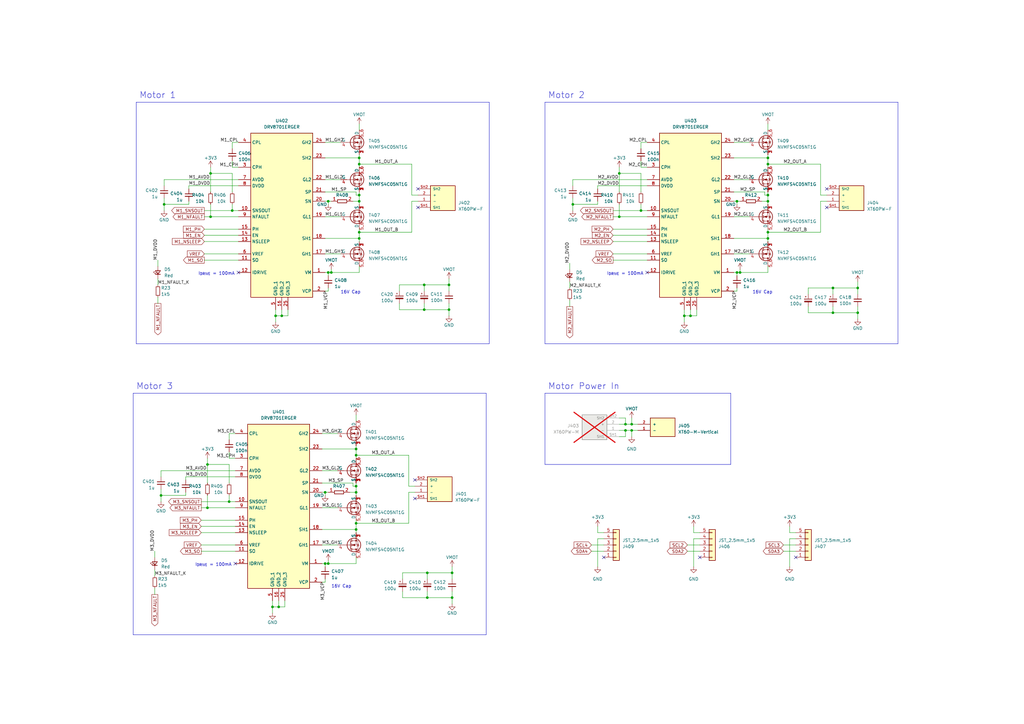
<source format=kicad_sch>
(kicad_sch (version 20230121) (generator eeschema)
  (paper "A3")
  (junction (at 85.09 208.28))
  (junction (at 146.05 214.63))
  (junction (at 341.63 128.27))
  (junction (at 146.05 199.39))
  (junction (at 147.32 95.25))
  (junction (at 133.35 231.14))
  (junction (at 314.96 97.79))
  (junction (at 135.89 111.76))
  (junction (at 259.08 173.99))
  (junction (at 175.26 234.95))
  (junction (at 147.32 80.01))
  (junction (at 85.09 190.5))
  (junction (at 173.99 127))
  (junction (at 314.96 80.01))
  (junction (at 234.95 83.82))
  (junction (at 254 88.9))
  (junction (at 134.62 111.76))
  (junction (at 185.42 245.11))
  (junction (at 185.42 234.95))
  (junction (at 302.26 82.55))
  (junction (at 67.31 83.82))
  (junction (at 184.15 127))
  (junction (at 114.3 248.92))
  (junction (at 259.08 176.53))
  (junction (at 351.79 118.11))
  (junction (at 133.35 201.93))
  (junction (at 175.26 245.11))
  (junction (at 351.79 128.27))
  (junction (at 95.25 86.36))
  (junction (at 146.05 217.17))
  (junction (at 302.26 111.76))
  (junction (at 341.63 118.11))
  (junction (at 303.53 111.76))
  (junction (at 256.54 176.53))
  (junction (at 86.36 71.12))
  (junction (at 262.89 86.36))
  (junction (at 115.57 129.54))
  (junction (at 254 71.12))
  (junction (at 314.96 95.25))
  (junction (at 86.36 88.9))
  (junction (at 147.32 64.77))
  (junction (at 147.32 97.79))
  (junction (at 314.96 67.31))
  (junction (at 93.98 205.74))
  (junction (at 146.05 186.69))
  (junction (at 184.15 116.84))
  (junction (at 134.62 231.14))
  (junction (at 147.32 82.55))
  (junction (at 256.54 173.99))
  (junction (at 66.04 203.2))
  (junction (at 314.96 82.55))
  (junction (at 146.05 184.15))
  (junction (at 173.99 116.84))
  (junction (at 146.05 201.93))
  (junction (at 134.62 82.55))
  (junction (at 111.76 248.92))
  (junction (at 314.96 64.77))
  (junction (at 147.32 67.31))
  (junction (at 113.03 129.54))
  (junction (at 283.21 129.54))
  (junction (at 280.67 129.54))
  (no_connect (at 247.65 228.6))
  (no_connect (at 265.43 111.76))
  (no_connect (at 96.52 231.14))
  (no_connect (at 287.02 228.6))
  (no_connect (at 170.18 196.85))
  (no_connect (at 97.79 111.76))
  (no_connect (at 171.45 85.09))
  (no_connect (at 170.18 204.47))
  (no_connect (at 171.45 77.47))
  (no_connect (at 339.09 85.09))
  (no_connect (at 339.09 77.47))
  (no_connect (at 326.39 228.6))
  (wire (pts (xy 300.99 111.76) (xy 302.26 111.76)))
  (wire (pts (xy 86.36 88.9) (xy 86.36 83.82)))
  (wire (pts (xy 312.42 82.55) (xy 314.96 82.55)))
  (wire (pts (xy 146.05 198.12) (xy 146.05 199.39)))
  (wire (pts (xy 283.21 127) (xy 283.21 129.54)))
  (wire (pts (xy 341.63 118.11) (xy 331.47 118.11)))
  (wire (pts (xy 113.03 129.54) (xy 113.03 132.08)))
  (wire (pts (xy 281.94 223.52) (xy 287.02 223.52)))
  (wire (pts (xy 351.79 128.27) (xy 351.79 130.81)))
  (wire (pts (xy 321.31 226.06) (xy 326.39 226.06)))
  (wire (pts (xy 83.82 99.06) (xy 97.79 99.06)))
  (wire (pts (xy 251.46 99.06) (xy 265.43 99.06)))
  (wire (pts (xy 134.62 231.14) (xy 146.05 231.14)))
  (wire (pts (xy 134.62 82.55) (xy 133.35 82.55)))
  (wire (pts (xy 245.11 76.2) (xy 265.43 76.2)))
  (wire (pts (xy 95.25 83.82) (xy 95.25 86.36)))
  (wire (pts (xy 132.08 217.17) (xy 146.05 217.17)))
  (wire (pts (xy 134.62 118.11) (xy 134.62 119.38)))
  (wire (pts (xy 93.98 180.34) (xy 93.98 177.8)))
  (wire (pts (xy 256.54 173.99) (xy 259.08 173.99)))
  (wire (pts (xy 259.08 179.07) (xy 259.08 176.53)))
  (wire (pts (xy 168.91 80.01) (xy 168.91 67.31)))
  (wire (pts (xy 339.09 80.01) (xy 336.55 80.01)))
  (wire (pts (xy 147.32 95.25) (xy 168.91 95.25)))
  (wire (pts (xy 135.89 110.49) (xy 135.89 111.76)))
  (wire (pts (xy 86.36 71.12) (xy 86.36 78.74)))
  (wire (pts (xy 147.32 67.31) (xy 168.91 67.31)))
  (wire (pts (xy 95.25 86.36) (xy 97.79 86.36)))
  (wire (pts (xy 234.95 83.82) (xy 234.95 81.28)))
  (wire (pts (xy 280.67 129.54) (xy 280.67 132.08)))
  (wire (pts (xy 146.05 184.15) (xy 146.05 182.88)))
  (wire (pts (xy 133.35 73.66) (xy 139.7 73.66)))
  (wire (pts (xy 351.79 118.11) (xy 351.79 120.65)))
  (wire (pts (xy 300.99 97.79) (xy 314.96 97.79)))
  (wire (pts (xy 63.5 233.68) (xy 63.5 236.22)))
  (wire (pts (xy 314.96 82.55) (xy 314.96 83.82)))
  (wire (pts (xy 82.55 213.36) (xy 96.52 213.36)))
  (wire (pts (xy 173.99 127) (xy 173.99 124.46)))
  (wire (pts (xy 138.43 177.8) (xy 132.08 177.8)))
  (wire (pts (xy 63.5 226.06) (xy 63.5 228.6)))
  (wire (pts (xy 93.98 187.96) (xy 96.52 187.96)))
  (wire (pts (xy 134.62 229.87) (xy 134.62 231.14)))
  (wire (pts (xy 147.32 50.8) (xy 147.32 53.34)))
  (wire (pts (xy 300.99 104.14) (xy 307.34 104.14)))
  (wire (pts (xy 147.32 78.74) (xy 147.32 80.01)))
  (wire (pts (xy 302.26 83.82) (xy 302.26 82.55)))
  (wire (pts (xy 134.62 83.82) (xy 134.62 82.55)))
  (wire (pts (xy 170.18 199.39) (xy 167.64 199.39)))
  (wire (pts (xy 147.32 82.55) (xy 147.32 83.82)))
  (wire (pts (xy 254 179.07) (xy 256.54 179.07)))
  (wire (pts (xy 259.08 171.45) (xy 259.08 173.99)))
  (wire (pts (xy 133.35 78.74) (xy 146.05 78.74)))
  (wire (pts (xy 111.76 248.92) (xy 114.3 248.92)))
  (wire (pts (xy 82.55 226.06) (xy 96.52 226.06)))
  (wire (pts (xy 265.43 88.9) (xy 254 88.9)))
  (wire (pts (xy 313.69 78.74) (xy 313.69 80.01)))
  (wire (pts (xy 64.77 124.46) (xy 64.77 121.92)))
  (wire (pts (xy 307.34 58.42) (xy 300.99 58.42)))
  (wire (pts (xy 254 68.58) (xy 254 71.12)))
  (wire (pts (xy 146.05 199.39) (xy 146.05 201.93)))
  (wire (pts (xy 314.96 95.25) (xy 336.55 95.25)))
  (wire (pts (xy 259.08 176.53) (xy 256.54 176.53)))
  (wire (pts (xy 77.47 82.55) (xy 77.47 83.82)))
  (wire (pts (xy 133.35 64.77) (xy 147.32 64.77)))
  (wire (pts (xy 234.95 76.2) (xy 234.95 73.66)))
  (wire (pts (xy 168.91 82.55) (xy 168.91 95.25)))
  (wire (pts (xy 95.25 66.04) (xy 95.25 68.58)))
  (wire (pts (xy 132.08 184.15) (xy 146.05 184.15)))
  (wire (pts (xy 262.89 66.04) (xy 262.89 68.58)))
  (wire (pts (xy 262.89 68.58) (xy 265.43 68.58)))
  (wire (pts (xy 146.05 186.69) (xy 167.64 186.69)))
  (wire (pts (xy 245.11 83.82) (xy 234.95 83.82)))
  (wire (pts (xy 314.96 111.76) (xy 314.96 109.22)))
  (wire (pts (xy 133.35 88.9) (xy 139.7 88.9)))
  (wire (pts (xy 262.89 78.74) (xy 262.89 71.12)))
  (wire (pts (xy 256.54 176.53) (xy 254 176.53)))
  (wire (pts (xy 185.42 245.11) (xy 185.42 247.65)))
  (wire (pts (xy 139.7 58.42) (xy 133.35 58.42)))
  (polyline (pts (xy 223.52 161.29) (xy 299.72 161.29)))
  (wire (pts (xy 314.96 64.77) (xy 314.96 67.31)))
  (wire (pts (xy 133.35 201.93) (xy 132.08 201.93)))
  (wire (pts (xy 83.82 104.14) (xy 97.79 104.14)))
  (wire (pts (xy 76.2 201.93) (xy 76.2 203.2)))
  (wire (pts (xy 351.79 115.57) (xy 351.79 118.11)))
  (wire (pts (xy 185.42 242.57) (xy 185.42 245.11)))
  (wire (pts (xy 171.45 80.01) (xy 168.91 80.01)))
  (wire (pts (xy 185.42 245.11) (xy 175.26 245.11)))
  (wire (pts (xy 323.85 215.9) (xy 323.85 218.44)))
  (wire (pts (xy 83.82 96.52) (xy 97.79 96.52)))
  (polyline (pts (xy 199.39 161.29) (xy 199.39 260.35)))
  (wire (pts (xy 95.25 58.42) (xy 97.79 58.42)))
  (wire (pts (xy 132.08 208.28) (xy 138.43 208.28)))
  (wire (pts (xy 133.35 97.79) (xy 147.32 97.79)))
  (wire (pts (xy 254 171.45) (xy 256.54 171.45)))
  (wire (pts (xy 133.35 201.93) (xy 134.62 201.93)))
  (wire (pts (xy 302.26 82.55) (xy 300.99 82.55)))
  (wire (pts (xy 147.32 111.76) (xy 147.32 109.22)))
  (wire (pts (xy 146.05 78.74) (xy 146.05 80.01)))
  (wire (pts (xy 173.99 127) (xy 163.83 127)))
  (wire (pts (xy 146.05 231.14) (xy 146.05 228.6)))
  (polyline (pts (xy 200.66 140.97) (xy 55.88 140.97)))
  (wire (pts (xy 173.99 116.84) (xy 163.83 116.84)))
  (wire (pts (xy 171.45 82.55) (xy 168.91 82.55)))
  (wire (pts (xy 185.42 232.41) (xy 185.42 234.95)))
  (wire (pts (xy 116.84 246.38) (xy 116.84 248.92)))
  (wire (pts (xy 284.48 218.44) (xy 287.02 218.44)))
  (wire (pts (xy 184.15 124.46) (xy 184.15 127)))
  (wire (pts (xy 64.77 114.3) (xy 64.77 116.84)))
  (wire (pts (xy 300.99 78.74) (xy 313.69 78.74)))
  (wire (pts (xy 175.26 245.11) (xy 165.1 245.11)))
  (wire (pts (xy 93.98 198.12) (xy 93.98 190.5)))
  (wire (pts (xy 95.25 68.58) (xy 97.79 68.58)))
  (wire (pts (xy 95.25 78.74) (xy 95.25 71.12)))
  (wire (pts (xy 242.57 223.52) (xy 247.65 223.52)))
  (wire (pts (xy 175.26 234.95) (xy 175.26 237.49)))
  (wire (pts (xy 314.96 95.25) (xy 314.96 97.79)))
  (wire (pts (xy 82.55 218.44) (xy 96.52 218.44)))
  (wire (pts (xy 184.15 127) (xy 173.99 127)))
  (wire (pts (xy 251.46 104.14) (xy 265.43 104.14)))
  (wire (pts (xy 146.05 214.63) (xy 167.64 214.63)))
  (wire (pts (xy 134.62 111.76) (xy 134.62 113.03)))
  (wire (pts (xy 170.18 201.93) (xy 167.64 201.93)))
  (wire (pts (xy 76.2 203.2) (xy 66.04 203.2)))
  (wire (pts (xy 144.78 198.12) (xy 144.78 199.39)))
  (wire (pts (xy 251.46 88.9) (xy 254 88.9)))
  (wire (pts (xy 300.99 64.77) (xy 314.96 64.77)))
  (wire (pts (xy 83.82 106.68) (xy 97.79 106.68)))
  (wire (pts (xy 95.25 60.96) (xy 95.25 58.42)))
  (wire (pts (xy 146.05 217.17) (xy 146.05 218.44)))
  (wire (pts (xy 93.98 205.74) (xy 96.52 205.74)))
  (wire (pts (xy 67.31 83.82) (xy 67.31 81.28)))
  (wire (pts (xy 303.53 110.49) (xy 303.53 111.76)))
  (wire (pts (xy 111.76 248.92) (xy 111.76 251.46)))
  (wire (pts (xy 280.67 129.54) (xy 283.21 129.54)))
  (wire (pts (xy 173.99 116.84) (xy 173.99 119.38)))
  (wire (pts (xy 285.75 129.54) (xy 283.21 129.54)))
  (wire (pts (xy 302.26 119.38) (xy 300.99 119.38)))
  (wire (pts (xy 175.26 234.95) (xy 165.1 234.95)))
  (wire (pts (xy 133.35 111.76) (xy 134.62 111.76)))
  (wire (pts (xy 82.55 215.9) (xy 96.52 215.9)))
  (polyline (pts (xy 223.52 161.29) (xy 223.52 190.5)))
  (wire (pts (xy 242.57 226.06) (xy 247.65 226.06)))
  (polyline (pts (xy 299.72 161.29) (xy 299.72 190.5)))
  (wire (pts (xy 185.42 234.95) (xy 175.26 234.95)))
  (wire (pts (xy 85.09 208.28) (xy 85.09 203.2)))
  (wire (pts (xy 77.47 83.82) (xy 67.31 83.82)))
  (wire (pts (xy 95.25 71.12) (xy 86.36 71.12)))
  (wire (pts (xy 66.04 203.2) (xy 66.04 200.66)))
  (wire (pts (xy 133.35 231.14) (xy 133.35 232.41)))
  (wire (pts (xy 63.5 243.84) (xy 63.5 241.3)))
  (wire (pts (xy 82.55 205.74) (xy 93.98 205.74)))
  (wire (pts (xy 314.96 78.74) (xy 314.96 80.01)))
  (wire (pts (xy 351.79 125.73) (xy 351.79 128.27)))
  (wire (pts (xy 82.55 223.52) (xy 96.52 223.52)))
  (wire (pts (xy 245.11 215.9) (xy 245.11 218.44)))
  (wire (pts (xy 83.82 93.98) (xy 97.79 93.98)))
  (wire (pts (xy 262.89 71.12) (xy 254 71.12)))
  (wire (pts (xy 300.99 88.9) (xy 307.34 88.9)))
  (wire (pts (xy 245.11 76.2) (xy 245.11 77.47)))
  (wire (pts (xy 146.05 186.69) (xy 146.05 187.96)))
  (wire (pts (xy 280.67 127) (xy 280.67 129.54)))
  (wire (pts (xy 254 173.99) (xy 256.54 173.99)))
  (wire (pts (xy 134.62 119.38) (xy 133.35 119.38)))
  (wire (pts (xy 184.15 127) (xy 184.15 129.54)))
  (wire (pts (xy 93.98 185.42) (xy 93.98 187.96)))
  (polyline (pts (xy 200.66 41.91) (xy 200.66 140.97)))
  (wire (pts (xy 251.46 106.68) (xy 265.43 106.68)))
  (wire (pts (xy 233.68 125.73) (xy 233.68 123.19)))
  (wire (pts (xy 256.54 179.07) (xy 256.54 176.53)))
  (wire (pts (xy 147.32 93.98) (xy 147.32 95.25)))
  (wire (pts (xy 251.46 93.98) (xy 265.43 93.98)))
  (polyline (pts (xy 368.3 41.91) (xy 368.3 140.97)))
  (wire (pts (xy 66.04 195.58) (xy 66.04 193.04)))
  (wire (pts (xy 339.09 82.55) (xy 336.55 82.55)))
  (wire (pts (xy 184.15 114.3) (xy 184.15 116.84)))
  (wire (pts (xy 245.11 220.98) (xy 245.11 232.41)))
  (polyline (pts (xy 223.52 41.91) (xy 223.52 140.97)))
  (wire (pts (xy 351.79 118.11) (xy 341.63 118.11)))
  (wire (pts (xy 144.78 82.55) (xy 147.32 82.55)))
  (wire (pts (xy 83.82 88.9) (xy 86.36 88.9)))
  (wire (pts (xy 143.51 201.93) (xy 146.05 201.93)))
  (wire (pts (xy 314.96 97.79) (xy 314.96 99.06)))
  (wire (pts (xy 113.03 127) (xy 113.03 129.54)))
  (wire (pts (xy 341.63 128.27) (xy 331.47 128.27)))
  (wire (pts (xy 254 88.9) (xy 254 83.82)))
  (wire (pts (xy 64.77 106.68) (xy 64.77 109.22)))
  (wire (pts (xy 118.11 129.54) (xy 115.57 129.54)))
  (wire (pts (xy 146.05 214.63) (xy 146.05 217.17)))
  (wire (pts (xy 245.11 218.44) (xy 247.65 218.44)))
  (wire (pts (xy 83.82 86.36) (xy 95.25 86.36)))
  (wire (pts (xy 85.09 190.5) (xy 85.09 198.12)))
  (wire (pts (xy 66.04 193.04) (xy 96.52 193.04)))
  (wire (pts (xy 93.98 190.5) (xy 85.09 190.5)))
  (polyline (pts (xy 54.61 161.29) (xy 54.61 260.35)))
  (wire (pts (xy 331.47 128.27) (xy 331.47 125.73)))
  (wire (pts (xy 146.05 170.18) (xy 146.05 172.72)))
  (wire (pts (xy 77.47 76.2) (xy 77.47 77.47)))
  (wire (pts (xy 147.32 97.79) (xy 147.32 99.06)))
  (wire (pts (xy 85.09 187.96) (xy 85.09 190.5)))
  (wire (pts (xy 163.83 116.84) (xy 163.83 119.38)))
  (wire (pts (xy 113.03 129.54) (xy 115.57 129.54)))
  (wire (pts (xy 245.11 82.55) (xy 245.11 83.82)))
  (wire (pts (xy 147.32 64.77) (xy 147.32 67.31)))
  (wire (pts (xy 114.3 246.38) (xy 114.3 248.92)))
  (wire (pts (xy 262.89 86.36) (xy 265.43 86.36)))
  (wire (pts (xy 323.85 218.44) (xy 326.39 218.44)))
  (wire (pts (xy 284.48 215.9) (xy 284.48 218.44)))
  (wire (pts (xy 254 71.12) (xy 254 78.74)))
  (wire (pts (xy 262.89 60.96) (xy 262.89 58.42)))
  (wire (pts (xy 67.31 83.82) (xy 67.31 86.36)))
  (wire (pts (xy 132.08 223.52) (xy 138.43 223.52)))
  (wire (pts (xy 341.63 118.11) (xy 341.63 120.65)))
  (wire (pts (xy 259.08 173.99) (xy 261.62 173.99)))
  (wire (pts (xy 67.31 73.66) (xy 97.79 73.66)))
  (wire (pts (xy 86.36 68.58) (xy 86.36 71.12)))
  (wire (pts (xy 133.35 237.49) (xy 133.35 238.76)))
  (wire (pts (xy 146.05 80.01) (xy 147.32 80.01)))
  (wire (pts (xy 184.15 116.84) (xy 173.99 116.84)))
  (wire (pts (xy 302.26 82.55) (xy 303.53 82.55)))
  (wire (pts (xy 245.11 220.98) (xy 247.65 220.98)))
  (wire (pts (xy 66.04 203.2) (xy 66.04 205.74)))
  (wire (pts (xy 284.48 220.98) (xy 284.48 232.41)))
  (wire (pts (xy 165.1 234.95) (xy 165.1 237.49)))
  (wire (pts (xy 133.35 104.14) (xy 139.7 104.14)))
  (wire (pts (xy 251.46 96.52) (xy 265.43 96.52)))
  (wire (pts (xy 76.2 195.58) (xy 96.52 195.58)))
  (wire (pts (xy 167.64 199.39) (xy 167.64 186.69)))
  (wire (pts (xy 185.42 234.95) (xy 185.42 237.49)))
  (polyline (pts (xy 55.88 41.91) (xy 200.66 41.91)))
  (wire (pts (xy 314.96 80.01) (xy 314.96 82.55)))
  (wire (pts (xy 285.75 127) (xy 285.75 129.54)))
  (wire (pts (xy 132.08 193.04) (xy 138.43 193.04)))
  (polyline (pts (xy 299.72 190.5) (xy 223.52 190.5)))
  (wire (pts (xy 76.2 195.58) (xy 76.2 196.85)))
  (wire (pts (xy 93.98 203.2) (xy 93.98 205.74)))
  (polyline (pts (xy 199.39 260.35) (xy 54.61 260.35)))
  (wire (pts (xy 251.46 86.36) (xy 262.89 86.36)))
  (wire (pts (xy 146.05 201.93) (xy 146.05 203.2)))
  (wire (pts (xy 300.99 73.66) (xy 307.34 73.66)))
  (wire (pts (xy 167.64 201.93) (xy 167.64 214.63)))
  (wire (pts (xy 233.68 115.57) (xy 233.68 118.11)))
  (wire (pts (xy 302.26 111.76) (xy 303.53 111.76)))
  (wire (pts (xy 147.32 80.01) (xy 147.32 82.55)))
  (wire (pts (xy 144.78 199.39) (xy 146.05 199.39)))
  (wire (pts (xy 116.84 248.92) (xy 114.3 248.92)))
  (wire (pts (xy 284.48 220.98) (xy 287.02 220.98)))
  (wire (pts (xy 133.35 203.2) (xy 133.35 201.93)))
  (wire (pts (xy 281.94 226.06) (xy 287.02 226.06)))
  (polyline (pts (xy 223.52 41.91) (xy 368.3 41.91)))
  (wire (pts (xy 67.31 76.2) (xy 67.31 73.66)))
  (wire (pts (xy 118.11 127) (xy 118.11 129.54)))
  (wire (pts (xy 314.96 93.98) (xy 314.96 95.25)))
  (wire (pts (xy 234.95 83.82) (xy 234.95 86.36)))
  (wire (pts (xy 132.08 198.12) (xy 144.78 198.12)))
  (wire (pts (xy 147.32 67.31) (xy 147.32 68.58)))
  (wire (pts (xy 331.47 118.11) (xy 331.47 120.65)))
  (wire (pts (xy 341.63 128.27) (xy 341.63 125.73)))
  (wire (pts (xy 262.89 83.82) (xy 262.89 86.36)))
  (wire (pts (xy 351.79 128.27) (xy 341.63 128.27)))
  (wire (pts (xy 314.96 67.31) (xy 336.55 67.31)))
  (wire (pts (xy 147.32 95.25) (xy 147.32 97.79)))
  (wire (pts (xy 135.89 111.76) (xy 147.32 111.76)))
  (wire (pts (xy 313.69 80.01) (xy 314.96 80.01)))
  (wire (pts (xy 146.05 184.15) (xy 146.05 186.69)))
  (wire (pts (xy 147.32 64.77) (xy 147.32 63.5)))
  (wire (pts (xy 323.85 220.98) (xy 323.85 232.41)))
  (wire (pts (xy 336.55 82.55) (xy 336.55 95.25)))
  (wire (pts (xy 302.26 118.11) (xy 302.26 119.38)))
  (polyline (pts (xy 368.3 140.97) (xy 223.52 140.97)))
  (wire (pts (xy 302.26 111.76) (xy 302.26 113.03)))
  (wire (pts (xy 82.55 208.28) (xy 85.09 208.28)))
  (wire (pts (xy 256.54 171.45) (xy 256.54 173.99)))
  (wire (pts (xy 132.08 231.14) (xy 133.35 231.14)))
  (wire (pts (xy 259.08 176.53) (xy 261.62 176.53)))
  (wire (pts (xy 303.53 111.76) (xy 314.96 111.76)))
  (wire (pts (xy 314.96 64.77) (xy 314.96 63.5)))
  (wire (pts (xy 321.31 223.52) (xy 326.39 223.52)))
  (wire (pts (xy 314.96 50.8) (xy 314.96 53.34)))
  (polyline (pts (xy 55.88 41.91) (xy 55.88 140.97)))
  (wire (pts (xy 93.98 177.8) (xy 96.52 177.8)))
  (wire (pts (xy 134.62 111.76) (xy 135.89 111.76)))
  (wire (pts (xy 323.85 220.98) (xy 326.39 220.98)))
  (wire (pts (xy 184.15 116.84) (xy 184.15 119.38)))
  (wire (pts (xy 165.1 245.11) (xy 165.1 242.57)))
  (wire (pts (xy 163.83 127) (xy 163.83 124.46)))
  (wire (pts (xy 175.26 245.11) (xy 175.26 242.57)))
  (wire (pts (xy 77.47 76.2) (xy 97.79 76.2)))
  (wire (pts (xy 133.35 238.76) (xy 132.08 238.76)))
  (wire (pts (xy 111.76 246.38) (xy 111.76 248.92)))
  (wire (pts (xy 314.96 67.31) (xy 314.96 68.58)))
  (wire (pts (xy 133.35 231.14) (xy 134.62 231.14)))
  (wire (pts (xy 234.95 73.66) (xy 265.43 73.66)))
  (wire (pts (xy 97.79 88.9) (xy 86.36 88.9)))
  (wire (pts (xy 336.55 80.01) (xy 336.55 67.31)))
  (polyline (pts (xy 54.61 161.29) (xy 199.39 161.29)))
  (wire (pts (xy 146.05 213.36) (xy 146.05 214.63)))
  (wire (pts (xy 262.89 58.42) (xy 265.43 58.42)))
  (wire (pts (xy 96.52 208.28) (xy 85.09 208.28)))
  (wire (pts (xy 134.62 82.55) (xy 135.89 82.55)))
  (wire (pts (xy 115.57 127) (xy 115.57 129.54)))
  (wire (pts (xy 233.68 107.95) (xy 233.68 110.49)))
  (text "Motor Power In" (at 224.79 160.02 0) (effects (font (size 2.54 2.54)) (justify left bottom)))
  (text "16V Cap" (at 139.7 120.65 0) (effects (font (size 1.27 1.27)) (justify left bottom)))
  (text "16V Cap" (at 308.61 120.65 0) (effects (font (size 1.27 1.27)) (justify left bottom)))
  (text "I_{DRIVE} = 100mA" (at 248.92 113.03 0) (effects (font (size 1.27 1.27)) (justify left bottom)))
  (text "I_{DRIVE} = 100mA" (at 81.28 113.03 0) (effects (font (size 1.27 1.27)) (justify left bottom)))
  (text "Motor 2" (at 224.79 40.64 0) (effects (font (size 2.54 2.54)) (justify left bottom)))
  (text "Motor 1" (at 57.15 40.64 0) (effects (font (size 2.54 2.54)) (justify left bottom)))
  (text "I_{DRIVE} = 100mA" (at 80.01 232.41 0) (effects (font (size 1.27 1.27)) (justify left bottom)))
  (text "16V Cap" (at 135.89 241.3 0) (effects (font (size 1.27 1.27)) (justify left bottom)))
  (text "Motor 3" (at 55.88 160.02 0) (effects (font (size 2.54 2.54)) (justify left bottom)))
  (label "M2_OUT_B" (at 321.31 95.25 0))
  (label "M3_CPL" (at 96.52 177.8 180))
  (label "M1_OUT_B" (at 153.67 95.25 0))
  (label "M2_GH2" (at 300.99 58.42 0))
  (label "M3_DVDD" (at 63.5 226.06 90))
  (label "M1_GH1" (at 133.35 104.14 0))
  (label "M1_GH2" (at 133.35 58.42 0))
  (label "M3_CPH" (at 96.52 187.96 180))
  (label "M1_CPH" (at 97.79 68.58 180))
  (label "M3_DVDD" (at 76.2 195.58 0))
  (label "M2_NFAULT_K" (at 233.68 118.11 0))
  (label "M2_SP" (at 303.53 78.74 0))
  (label "M3_GH1" (at 132.08 223.52 0))
  (label "M1_DVDD" (at 77.47 76.2 0))
  (label "M1_GL1" (at 133.35 88.9 0))
  (label "M2_GL1" (at 300.99 88.9 0))
  (label "M2_AVDD" (at 245.11 73.66 0))
  (label "M2_OUT_A" (at 321.31 67.31 0))
  (label "M2_GL2" (at 300.99 73.66 0))
  (label "M2_GH1" (at 300.99 104.14 0))
  (label "M2_DVDD" (at 233.68 107.95 90))
  (label "M2_CPH" (at 265.43 68.58 180))
  (label "M1_DVDD" (at 64.77 106.68 90))
  (label "M1_VCP" (at 134.62 119.38 270))
  (label "M2_CPL" (at 265.43 58.42 180))
  (label "M3_SP" (at 134.62 198.12 0))
  (label "M1_GL2" (at 133.35 73.66 0))
  (label "M2_VCP" (at 302.26 119.38 270))
  (label "M1_NFAULT_K" (at 64.77 116.84 0))
  (label "M3_AVDD" (at 76.2 193.04 0))
  (label "M3_GL1" (at 132.08 208.28 0))
  (label "M3_NFAULT_K" (at 63.5 236.22 0))
  (label "M2_DVDD" (at 245.11 76.2 0))
  (label "M3_VCP" (at 133.35 238.76 270))
  (label "M3_OUT_B" (at 152.4 214.63 0))
  (label "M1_AVDD" (at 77.47 73.66 0))
  (label "M3_GH2" (at 132.08 177.8 0))
  (label "M3_GL2" (at 132.08 193.04 0))
  (label "M1_SP" (at 135.89 78.74 0))
  (label "M1_CPL" (at 97.79 58.42 180))
  (label "M3_OUT_A" (at 152.4 186.69 0))
  (label "M1_OUT_A" (at 153.67 67.31 0))
  (global_label "M1_PH" (shape input) (at 83.82 93.98 180) (property "Intersheetrefs" "${INTERSHEET_REFS}" (effects hide)))
  (global_label "M3_EN" (shape input) (at 82.55 215.9 180) (property "Intersheetrefs" "${INTERSHEET_REFS}" (effects hide)))
  (global_label "M3_SO" (shape output) (at 82.55 226.06 180) (property "Intersheetrefs" "${INTERSHEET_REFS}" (effects hide)))
  (global_label "M2_EN" (shape input) (at 251.46 96.52 180) (property "Intersheetrefs" "${INTERSHEET_REFS}" (effects hide)))
  (global_label "M2_NFAULT" (shape output) (at 251.46 88.9 180) (property "Intersheetrefs" "${INTERSHEET_REFS}" (effects hide)))
  (global_label "M1_SNSOUT" (shape output) (at 83.82 86.36 180) (property "Intersheetrefs" "${INTERSHEET_REFS}" (effects hide)))
  (global_label "SCL4" (shape input) (at 242.57 223.52 180) (property "Intersheetrefs" "${INTERSHEET_REFS}" (effects hide)))
  (global_label "M1_SO" (shape output) (at 83.82 106.68 180) (property "Intersheetrefs" "${INTERSHEET_REFS}" (effects hide)))
  (global_label "SDA3" (shape bidirectional) (at 321.31 226.06 180) (property "Intersheetrefs" "${INTERSHEET_REFS}" (effects hide)))
  (global_label "M3_NSLEEP" (shape input) (at 82.55 218.44 180) (property "Intersheetrefs" "${INTERSHEET_REFS}" (effects hide)))
  (global_label "M2_PH" (shape input) (at 251.46 93.98 180) (property "Intersheetrefs" "${INTERSHEET_REFS}" (effects hide)))
  (global_label "M3_NFAULT" (shape output) (at 63.5 243.84 270) (property "Intersheetrefs" "${INTERSHEET_REFS}" (effects hide)))
  (global_label "M1_NFAULT" (shape output) (at 64.77 124.46 270) (property "Intersheetrefs" "${INTERSHEET_REFS}" (effects hide)))
  (global_label "M3_PH" (shape input) (at 82.55 213.36 180) (property "Intersheetrefs" "${INTERSHEET_REFS}" (effects hide)))
  (global_label "VREF" (shape input) (at 83.82 104.14 180) (property "Intersheetrefs" "${INTERSHEET_REFS}" (effects hide)))
  (global_label "SDA4" (shape bidirectional) (at 242.57 226.06 180) (property "Intersheetrefs" "${INTERSHEET_REFS}" (effects hide)))
  (global_label "M2_SO" (shape output) (at 251.46 106.68 180) (property "Intersheetrefs" "${INTERSHEET_REFS}" (effects hide)))
  (global_label "M3_SNSOUT" (shape output) (at 82.55 205.74 180) (property "Intersheetrefs" "${INTERSHEET_REFS}" (effects hide)))
  (global_label "SCL2" (shape input) (at 281.94 223.52 180) (property "Intersheetrefs" "${INTERSHEET_REFS}" (effects hide)))
  (global_label "M2_NSLEEP" (shape input) (at 251.46 99.06 180) (property "Intersheetrefs" "${INTERSHEET_REFS}" (effects hide)))
  (global_label "M3_NFAULT" (shape output) (at 82.55 208.28 180) (property "Intersheetrefs" "${INTERSHEET_REFS}" (effects hide)))
  (global_label "VREF" (shape input) (at 82.55 223.52 180) (property "Intersheetrefs" "${INTERSHEET_REFS}" (effects hide)))
  (global_label "M1_NSLEEP" (shape input) (at 83.82 99.06 180) (property "Intersheetrefs" "${INTERSHEET_REFS}" (effects hide)))
  (global_label "M1_NFAULT" (shape output) (at 83.82 88.9 180) (property "Intersheetrefs" "${INTERSHEET_REFS}" (effects hide)))
  (global_label "M2_SNSOUT" (shape output) (at 251.46 86.36 180) (property "Intersheetrefs" "${INTERSHEET_REFS}" (effects hide)))
  (global_label "M2_NFAULT" (shape output) (at 233.68 125.73 270) (property "Intersheetrefs" "${INTERSHEET_REFS}" (effects hide)))
  (global_label "VREF" (shape input) (at 251.46 104.14 180) (property "Intersheetrefs" "${INTERSHEET_REFS}" (effects hide)))
  (global_label "M1_EN" (shape input) (at 83.82 96.52 180) (property "Intersheetrefs" "${INTERSHEET_REFS}" (effects hide)))
  (global_label "SCL3" (shape input) (at 321.31 223.52 180) (property "Intersheetrefs" "${INTERSHEET_REFS}" (effects hide)))
  (global_label "SDA2" (shape bidirectional) (at 281.94 226.06 180) (property "Intersheetrefs" "${INTERSHEET_REFS}" (effects hide)))
  (symbol (lib_id "power:GND") (at 66.04 205.74 0) (unit 1)
    (property "Reference" "#PWR0401" (effects hide))
    (property "Value" "GND" (at 66.04 209.55 0))
  )
  (symbol (lib_id "Device:R_Small") (at 63.5 238.76 180) (unit 1)
    (property "Reference" "R23" (at 64.77 237.49 0) (effects (justify right)))
    (property "Value" "1k5" (at 64.77 240.03 0) (effects (justify right)))
    (property "Footprint" "Resistor_SMD:R_0402_1005Metric" (effects hide))
    (instances (project "DE10-lite_shield" (path "" (reference "R23") (unit 1)) (path "" (reference "R12") (unit 1))) (project "Motor Driver Board" (path "" (reference "R29") (unit 1)) (path "" (reference "R401") (unit 1))) (project "Power Board" (path "" (reference "R28") (unit 1))))
  )
  (symbol (lib_id "power:GND") (at 259.08 179.07 0) (unit 1)
    (property "Reference" "#PWR0417" (effects hide))
    (property "Value" "GND" (at 259.08 184.15 0))
    (instances (project "Motor Driver Board" (path "" (reference "#PWR0417") (unit 1))) (project "Power Board" (path "" (reference "#PWR06") (unit 1))))
  )
  (symbol (lib_id "Device:C_Small") (at 77.47 80.01 0) (mirror y) (unit 1)
    (property "Reference" "C404" (at 74.93 79.3813 0) (effects (justify left)))
    (property "Value" "1u" (at 74.93 81.9213 0) (effects (justify left)))
    (property "Footprint" "Capacitor_SMD:C_0402_1005Metric" (effects hide))
  )
  (symbol (lib_id "Device:LED_Small") (at 64.77 111.76 90) (unit 1)
    (property "Reference" "D5" (at 67.31 110.49 90) (effects (justify right)))
    (property "Value" "Red" (at 67.31 113.03 90) (effects (justify right)))
    (property "Footprint" "LED_SMD:LED_0603_1608Metric" (effects hide))
    (instances (project "Motor Driver Board" (path "" (reference "D5") (unit 1)) (path "" (reference "D402") (unit 1))))
  )
  (symbol (lib_id "MSL_Symbols:NVMFS4C05NT1G") (at 147.32 58.42 0) (unit 1)
    (property "Reference" "T405" (at 151.13 57.785 0) (effects (justify left)))
    (property "Value" "NVMFS4C05NT1G" (at 151.13 60.325 0) (effects (justify left)))
    (property "Footprint" "MSL Footprints:TRANS_NVMFS5834NLWFT1G" (effects hide))
  )
  (symbol (lib_id "MSL_Symbols:NVMFS4C05NT1G") (at 314.96 88.9 0) (mirror x) (unit 1)
    (property "Reference" "T411" (at 318.77 88.265 0) (effects (justify left)))
    (property "Value" "NVMFS4C05NT1G" (at 318.77 90.805 0) (effects (justify left)))
    (property "Footprint" "MSL Footprints:TRANS_NVMFS5834NLWFT1G" (effects hide))
  )
  (symbol (lib_id "MSL_Symbols:VMOT") (at 135.89 110.49 0) (unit 1)
    (property "Reference" "#PWR0408" (effects hide))
    (property "Value" "VMOT" (at 135.89 106.68 0))
  )
  (symbol (lib_id "MSL_Symbols:NVMFS4C05NT1G") (at 314.96 104.14 0) (mirror x) (unit 1)
    (property "Reference" "T412" (at 318.77 103.505 0) (effects (justify left)))
    (property "Value" "NVMFS4C05NT1G" (at 318.77 106.045 0) (effects (justify left)))
    (property "Footprint" "MSL Footprints:TRANS_NVMFS5834NLWFT1G" (effects hide))
  )
  (symbol (lib_id "power:GND") (at 67.31 86.36 0) (unit 1)
    (property "Reference" "#PWR0402" (effects hide))
    (property "Value" "GND" (at 67.31 90.17 0))
  )
  (symbol (lib_id "power:GND") (at 134.62 83.82 0) (unit 1)
    (property "Reference" "#PWR0406" (effects hide))
    (property "Value" "GND" (at 132.08 83.82 0))
  )
  (symbol (lib_id "XT60PW-F:XT60PW-F") (at 181.61 82.55 0) (unit 1)
    (property "Reference" "J402" (at 187.96 83.185 0) (effects (justify left)))
    (property "Value" "XT60PW-F" (at 187.96 85.725 0) (effects (justify left)))
    (property "Footprint" "MSL Footprints:AMASS_XT60PW-F_1x02_P7.20mm_Horizontal" (effects hide))
    (property "PARTREV" "V1.2" (effects hide))
    (property "STANDARD" "Manufacturer Recommendations" (effects hide))
    (property "MAXIMUM_PACKAGE_HEIGHT" "8.4 mm" (effects hide))
    (property "MANUFACTURER" "AMASS" (effects hide))
  )
  (symbol (lib_id "Device:C_Small") (at 184.15 121.92 0) (mirror y) (unit 1)
    (property "Reference" "C411" (at 181.61 120.65 0) (effects (justify left)))
    (property "Value" "100n" (at 181.61 123.19 0) (effects (justify left)))
    (property "Footprint" "Capacitor_SMD:C_0402_1005Metric" (effects hide))
  )
  (symbol (lib_id "power:GND") (at 111.76 251.46 0) (unit 1)
    (property "Reference" "#PWR0403" (effects hide))
    (property "Value" "GND" (at 111.76 255.27 0))
  )
  (symbol (lib_id "Device:C_Small") (at 76.2 199.39 0) (mirror y) (unit 1)
    (property "Reference" "C403" (at 73.66 198.7613 0) (effects (justify left)))
    (property "Value" "1u" (at 73.66 201.3013 0) (effects (justify left)))
    (property "Footprint" "Capacitor_SMD:C_0402_1005Metric" (effects hide))
  )
  (symbol (lib_id "power:GND") (at 245.11 232.41 0) (unit 1)
    (property "Reference" "#PWR0425" (effects hide))
    (property "Value" "GND" (at 245.11 237.49 0))
    (instances (project "Motor Driver Board" (path "" (reference "#PWR0425") (unit 1))) (project "Motor Encoder Board" (path "" (reference "#PWR07") (unit 1))))
  )
  (symbol (lib_id "Device:C_Small") (at 67.31 78.74 0) (mirror y) (unit 1)
    (property "Reference" "C402" (at 64.77 78.1113 0) (effects (justify left)))
    (property "Value" "1u" (at 64.77 80.6513 0) (effects (justify left)))
    (property "Footprint" "Capacitor_SMD:C_0402_1005Metric" (effects hide))
  )
  (symbol (lib_id "Device:C_Small") (at 234.95 78.74 0) (mirror y) (unit 1)
    (property "Reference" "C413" (at 232.41 78.1113 0) (effects (justify left)))
    (property "Value" "1u" (at 232.41 80.6513 0) (effects (justify left)))
    (property "Footprint" "Capacitor_SMD:C_0402_1005Metric" (effects hide))
  )
  (symbol (lib_id "power:GND") (at 351.79 130.81 0) (mirror y) (unit 1)
    (property "Reference" "#PWR0423" (effects hide))
    (property "Value" "GND" (at 351.79 134.62 0))
  )
  (symbol (lib_id "power:+3V3") (at 245.11 215.9 0) (unit 1)
    (property "Reference" "#PWR0424" (effects hide))
    (property "Value" "+3V3" (at 245.11 212.09 0))
    (instances (project "Motor Driver Board" (path "" (reference "#PWR0424") (unit 1))) (project "Motor Encoder Board" (path "" (reference "#PWR04") (unit 1))))
  )
  (symbol (lib_id "Device:R_Small") (at 85.09 200.66 0) (mirror y) (unit 1)
    (property "Reference" "R403" (at 82.55 199.39 0) (effects (justify left)))
    (property "Value" "10k" (at 82.55 201.93 0) (effects (justify left)))
    (property "Footprint" "Resistor_SMD:R_0402_1005Metric" (effects hide))
  )
  (symbol (lib_id "power:GND") (at 133.35 203.2 0) (unit 1)
    (property "Reference" "#PWR0405" (effects hide))
    (property "Value" "GND" (at 130.81 203.2 0))
  )
  (symbol (lib_id "MSL_Symbols:VMOT") (at 185.42 232.41 0) (mirror y) (unit 1)
    (property "Reference" "#PWR0413" (effects hide))
    (property "Value" "VMOT" (at 185.42 228.6 0))
  )
  (symbol (lib_id "Device:R_Small") (at 233.68 120.65 180) (unit 1)
    (property "Reference" "R23" (at 234.95 119.38 0) (effects (justify right)))
    (property "Value" "1k5" (at 234.95 121.92 0) (effects (justify right)))
    (property "Footprint" "Resistor_SMD:R_0402_1005Metric" (effects hide))
    (instances (project "DE10-lite_shield" (path "" (reference "R23") (unit 1)) (path "" (reference "R12") (unit 1))) (project "Motor Driver Board" (path "" (reference "R29") (unit 1)) (path "" (reference "R409") (unit 1))) (project "Power Board" (path "" (reference "R28") (unit 1))))
  )
  (symbol (lib_id "MSL_Symbols:VMOT") (at 351.79 115.57 0) (mirror y) (unit 1)
    (property "Reference" "#PWR0422" (effects hide))
    (property "Value" "VMOT" (at 351.79 111.76 0))
  )
  (symbol (lib_id "CSS2H-3920K-5L00F:CSS2H-3920K-5L00F") (at 307.34 82.55 0) (unit 1)
    (property "Reference" "R412" (at 307.975 80.01 0))
    (property "Value" "CSS2H-3920K-5L00F" (effects hide))
    (property "Footprint" "CSS2H3920K5L00F" (effects hide))
    (property "Height" "1.02" (effects hide))
    (property "Mouser Part Number" "652-CSS2H-3920K5L00F" (effects hide))
    (property "Mouser Price/Stock" "https://www.mouser.co.uk/ProductDetail/Bourns/CSS2H-3920K-5L00F?qs=BZBei1rCqCAcHBOiWm1o2g%3D%3D" (effects hide))
    (property "Manufacturer_Name" "Bourns" (effects hide))
    (property "Manufacturer_Part_Number" "CSS2H-3920K-5L00F" (effects hide))
  )
  (symbol (lib_id "XT60PW-M:XT60PW-M") (at 243.84 176.53 0) (mirror y) (unit 1) (in_bom no) (dnp yes)
    (property "Reference" "J403" (at 237.49 174.625 0) (effects (justify left)))
    (property "Value" "XT60PW-M" (at 237.49 177.165 0) (effects (justify left)))
    (property "Footprint" "MSL Footprints:AMASS_XT60PW-M_1x02_P7.20mm_Horizontal" (effects hide))
    (property "PARTREV" "V1.2" (effects hide))
    (property "MANUFACTURER" "AMASS" (effects hide))
    (property "MAXIMUM_PACKAGE_HEIGHT" "8.4 mm" (effects hide))
    (property "STANDARD" "Manufacturer recommendations" (effects hide))
    (instances (project "Motor Driver Board" (path "" (reference "J403") (unit 1))) (project "Power Board" (path "" (reference "J1") (unit 1))))
  )
  (symbol (lib_id "MSL_Symbols:JST_2.5mm_1x5") (at 331.47 223.52 0) (mirror x) (unit 1)
    (property "Reference" "J407" (at 334.01 224.155 0) (effects (justify left)))
    (property "Value" "JST_2.5mm_1x5" (at 334.01 221.615 0) (effects (justify left)))
    (property "Footprint" "Connector_JST:JST_XH_B5B-XH-A_1x05_P2.50mm_Vertical" (effects hide))
  )
  (symbol (lib_id "power:GND") (at 113.03 132.08 0) (unit 1)
    (property "Reference" "#PWR0404" (effects hide))
    (property "Value" "GND" (at 113.03 135.89 0))
  )
  (symbol (lib_id "Device:C_Small") (at 351.79 123.19 0) (mirror y) (unit 1)
    (property "Reference" "C418" (at 349.25 121.92 0) (effects (justify left)))
    (property "Value" "100n" (at 349.25 124.46 0) (effects (justify left)))
    (property "Footprint" "Capacitor_SMD:C_0402_1005Metric" (effects hide))
  )
  (symbol (lib_id "XT60PW-F:XT60PW-F") (at 180.34 201.93 0) (unit 1)
    (property "Reference" "J401" (at 186.69 202.565 0) (effects (justify left)))
    (property "Value" "XT60PW-F" (at 186.69 205.105 0) (effects (justify left)))
    (property "Footprint" "MSL Footprints:AMASS_XT60PW-F_1x02_P7.20mm_Horizontal" (effects hide))
    (property "PARTREV" "V1.2" (effects hide))
    (property "STANDARD" "Manufacturer Recommendations" (effects hide))
    (property "MAXIMUM_PACKAGE_HEIGHT" "8.4 mm" (effects hide))
    (property "MANUFACTURER" "AMASS" (effects hide))
  )
  (symbol (lib_id "power:GND") (at 184.15 129.54 0) (mirror y) (unit 1)
    (property "Reference" "#PWR0412" (effects hide))
    (property "Value" "GND" (at 184.15 133.35 0))
  )
  (symbol (lib_id "power:GND") (at 234.95 86.36 0) (unit 1)
    (property "Reference" "#PWR0415" (effects hide))
    (property "Value" "GND" (at 234.95 90.17 0))
  )
  (symbol (lib_id "Device:C_Small") (at 93.98 182.88 0) (unit 1)
    (property "Reference" "C405" (at 96.52 182.2513 0) (effects (justify left)))
    (property "Value" "100n" (at 96.52 184.7913 0) (effects (justify left)))
    (property "Footprint" "Capacitor_SMD:C_0402_1005Metric" (effects hide))
  )
  (symbol (lib_id "XT60PW-F:XT60PW-F") (at 349.25 82.55 0) (unit 1)
    (property "Reference" "J404" (at 355.6 83.185 0) (effects (justify left)))
    (property "Value" "XT60PW-F" (at 355.6 85.725 0) (effects (justify left)))
    (property "Footprint" "MSL Footprints:AMASS_XT60PW-F_1x02_P7.20mm_Horizontal" (effects hide))
    (property "PARTREV" "V1.2" (effects hide))
    (property "STANDARD" "Manufacturer Recommendations" (effects hide))
    (property "MAXIMUM_PACKAGE_HEIGHT" "8.4 mm" (effects hide))
    (property "MANUFACTURER" "AMASS" (effects hide))
  )
  (symbol (lib_id "Device:R_Small") (at 262.89 81.28 0) (mirror y) (unit 1)
    (property "Reference" "R411" (at 260.35 80.01 0) (effects (justify left)))
    (property "Value" "10k" (at 260.35 82.55 0) (effects (justify left)))
    (property "Footprint" "Resistor_SMD:R_0402_1005Metric" (effects hide))
  )
  (symbol (lib_id "DRV8701ERGER:DRV8701ERGER") (at 115.57 82.55 0) (unit 1)
    (property "Reference" "U402" (at 115.57 49.53 0))
    (property "Value" "DRV8701ERGER" (at 115.57 52.07 0))
    (property "Footprint" "QFN50P400X400X100-25N-D" (effects hide))
    (property "Datasheet" "http://www.ti.com/lit/gpn/DRV8701" (effects hide))
    (property "Height" "1" (effects hide))
    (property "Manufacturer_Name" "Texas Instruments" (effects hide))
    (property "Manufacturer_Part_Number" "DRV8701ERGER" (effects hide))
    (property "Mouser Part Number" "595-DRV8701ERGER" (effects hide))
    (property "Mouser Price/Stock" "https://www.mouser.co.uk/ProductDetail/Texas-Instruments/DRV8701ERGER?qs=UfUFg%2FkmHHGO0gqJCiEBBQ%3D%3D" (effects hide))
    (property "Arrow Part Number" "DRV8701ERGER" (effects hide))
    (property "Arrow Price/Stock" "https://www.arrow.com/en/products/drv8701erger/texas-instruments?region=nac" (effects hide))
  )
  (symbol (lib_id "power:GND") (at 323.85 232.41 0) (unit 1)
    (property "Reference" "#PWR0429" (effects hide))
    (property "Value" "GND" (at 323.85 237.49 0))
    (instances (project "Motor Driver Board" (path "" (reference "#PWR0429") (unit 1))) (project "Motor Encoder Board" (path "" (reference "#PWR07") (unit 1))))
  )
  (symbol (lib_id "Device:C_Small") (at 185.42 240.03 0) (mirror y) (unit 1)
    (property "Reference" "C412" (at 182.88 238.76 0) (effects (justify left)))
    (property "Value" "100n" (at 182.88 241.3 0) (effects (justify left)))
    (property "Footprint" "Capacitor_SMD:C_0402_1005Metric" (effects hide))
  )
  (symbol (lib_id "Device:C_Polarized_Small") (at 173.99 121.92 0) (unit 1)
    (property "Reference" "C409" (at 171.45 120.7389 0) (effects (justify right)))
    (property "Value" "100u" (at 171.45 123.2789 0) (effects (justify right)))
    (property "Footprint" "Capacitor_SMD:CP_Elec_6.3x7.7" (effects hide))
  )
  (symbol (lib_id "MSL_Symbols:VMOT") (at 184.15 114.3 0) (mirror y) (unit 1)
    (property "Reference" "#PWR0411" (effects hide))
    (property "Value" "VMOT" (at 184.15 110.49 0))
  )
  (symbol (lib_id "MSL_Symbols:VMOT") (at 146.05 170.18 0) (unit 1)
    (property "Reference" "#PWR0409" (effects hide))
    (property "Value" "VMOT" (at 146.05 166.37 0))
  )
  (symbol (lib_id "Device:C_Polarized_Small") (at 163.83 121.92 0) (unit 1)
    (property "Reference" "C420" (at 161.29 120.7389 0) (effects (justify right)))
    (property "Value" "100u" (at 161.29 123.2789 0) (effects (justify right)))
    (property "Footprint" "Capacitor_SMD:CP_Elec_6.3x7.7" (effects hide))
  )
  (symbol (lib_id "Device:C_Small") (at 66.04 198.12 0) (mirror y) (unit 1)
    (property "Reference" "C401" (at 63.5 197.4913 0) (effects (justify left)))
    (property "Value" "1u" (at 63.5 200.0313 0) (effects (justify left)))
    (property "Footprint" "Capacitor_SMD:C_0402_1005Metric" (effects hide))
  )
  (symbol (lib_id "MSL_Symbols:VMOT") (at 303.53 110.49 0) (unit 1)
    (property "Reference" "#PWR0420" (effects hide))
    (property "Value" "VMOT" (at 303.53 106.68 0))
  )
  (symbol (lib_id "CSS2H-3920K-5L00F:CSS2H-3920K-5L00F") (at 139.7 82.55 0) (unit 1)
    (property "Reference" "R408" (at 140.335 80.01 0))
    (property "Value" "CSS2H-3920K-5L00F" (effects hide))
    (property "Footprint" "CSS2H3920K5L00F" (effects hide))
    (property "Height" "1.02" (effects hide))
    (property "Mouser Part Number" "652-CSS2H-3920K5L00F" (effects hide))
    (property "Mouser Price/Stock" "https://www.mouser.co.uk/ProductDetail/Bourns/CSS2H-3920K-5L00F?qs=BZBei1rCqCAcHBOiWm1o2g%3D%3D" (effects hide))
    (property "Manufacturer_Name" "Bourns" (effects hide))
    (property "Manufacturer_Part_Number" "CSS2H-3920K-5L00F" (effects hide))
  )
  (symbol (lib_id "DRV8701ERGER:DRV8701ERGER") (at 114.3 201.93 0) (unit 1)
    (property "Reference" "U401" (at 114.3 168.91 0))
    (property "Value" "DRV8701ERGER" (at 114.3 171.45 0))
    (property "Footprint" "QFN50P400X400X100-25N-D" (effects hide))
    (property "Datasheet" "http://www.ti.com/lit/gpn/DRV8701" (effects hide))
    (property "Height" "1" (effects hide))
    (property "Manufacturer_Name" "Texas Instruments" (effects hide))
    (property "Manufacturer_Part_Number" "DRV8701ERGER" (effects hide))
    (property "Mouser Part Number" "595-DRV8701ERGER" (effects hide))
    (property "Mouser Price/Stock" "https://www.mouser.co.uk/ProductDetail/Texas-Instruments/DRV8701ERGER?qs=UfUFg%2FkmHHGO0gqJCiEBBQ%3D%3D" (effects hide))
    (property "Arrow Part Number" "DRV8701ERGER" (effects hide))
    (property "Arrow Price/Stock" "https://www.arrow.com/en/products/drv8701erger/texas-instruments?region=nac" (effects hide))
  )
  (symbol (lib_id "MSL_Symbols:VMOT") (at 259.08 171.45 0) (unit 1)
    (property "Reference" "#PWR0416" (effects hide))
    (property "Value" "VMOT" (at 259.08 167.64 0))
  )
  (symbol (lib_id "power:+3V3") (at 85.09 187.96 0) (unit 1)
    (property "Reference" "#PWR0432" (effects hide))
    (property "Value" "+3V3" (at 85.09 184.15 0))
    (instances (project "Motor Driver Board" (path "" (reference "#PWR0432") (unit 1))) (project "Motor Encoder Board" (path "" (reference "#PWR04") (unit 1))))
  )
  (symbol (lib_id "Device:C_Polarized_Small") (at 341.63 123.19 0) (unit 1)
    (property "Reference" "C417" (at 339.09 122.0089 0) (effects (justify right)))
    (property "Value" "100u" (at 339.09 124.5489 0) (effects (justify right)))
    (property "Footprint" "Capacitor_SMD:CP_Elec_6.3x7.7" (effects hide))
  )
  (symbol (lib_id "power:+3V3") (at 254 68.58 0) (unit 1)
    (property "Reference" "#PWR0430" (effects hide))
    (property "Value" "+3V3" (at 254 64.77 0))
    (instances (project "Motor Driver Board" (path "" (reference "#PWR0430") (unit 1))) (project "Motor Encoder Board" (path "" (reference "#PWR04") (unit 1))))
  )
  (symbol (lib_id "Device:R_Small") (at 95.25 81.28 0) (mirror y) (unit 1)
    (property "Reference" "R406" (at 92.71 80.01 0) (effects (justify left)))
    (property "Value" "10k" (at 92.71 82.55 0) (effects (justify left)))
    (property "Footprint" "Resistor_SMD:R_0402_1005Metric" (effects hide))
  )
  (symbol (lib_id "power:GND") (at 185.42 247.65 0) (mirror y) (unit 1)
    (property "Reference" "#PWR0414" (effects hide))
    (property "Value" "GND" (at 185.42 251.46 0))
  )
  (symbol (lib_id "Device:LED_Small") (at 233.68 113.03 90) (unit 1)
    (property "Reference" "D5" (at 236.22 111.76 90) (effects (justify right)))
    (property "Value" "Red" (at 236.22 114.3 90) (effects (justify right)))
    (property "Footprint" "LED_SMD:LED_0603_1608Metric" (effects hide))
    (instances (project "Motor Driver Board" (path "" (reference "D5") (unit 1)) (path "" (reference "D403") (unit 1))))
  )
  (symbol (lib_id "power:GND") (at 280.67 132.08 0) (unit 1)
    (property "Reference" "#PWR0418" (effects hide))
    (property "Value" "GND" (at 280.67 135.89 0))
  )
  (symbol (lib_id "MSL_Symbols:NVMFS4C05NT1G") (at 147.32 104.14 0) (mirror x) (unit 1)
    (property "Reference" "T408" (at 151.13 103.505 0) (effects (justify left)))
    (property "Value" "NVMFS4C05NT1G" (at 151.13 106.045 0) (effects (justify left)))
    (property "Footprint" "MSL Footprints:TRANS_NVMFS5834NLWFT1G" (effects hide))
  )
  (symbol (lib_id "MSL_Symbols:NVMFS4C05NT1G") (at 146.05 208.28 0) (mirror x) (unit 1)
    (property "Reference" "T403" (at 149.86 207.645 0) (effects (justify left)))
    (property "Value" "NVMFS4C05NT1G" (at 149.86 210.185 0) (effects (justify left)))
    (property "Footprint" "MSL Footprints:TRANS_NVMFS5834NLWFT1G" (effects hide))
  )
  (symbol (lib_id "Device:C_Small") (at 95.25 63.5 0) (unit 1)
    (property "Reference" "C406" (at 97.79 62.8713 0) (effects (justify left)))
    (property "Value" "100n" (at 97.79 65.4113 0) (effects (justify left)))
    (property "Footprint" "Capacitor_SMD:C_0402_1005Metric" (effects hide))
  )
  (symbol (lib_id "MSL_Symbols:NVMFS4C05NT1G") (at 147.32 88.9 0) (mirror x) (unit 1)
    (property "Reference" "T407" (at 151.13 88.265 0) (effects (justify left)))
    (property "Value" "NVMFS4C05NT1G" (at 151.13 90.805 0) (effects (justify left)))
    (property "Footprint" "MSL Footprints:TRANS_NVMFS5834NLWFT1G" (effects hide))
  )
  (symbol (lib_id "power:+3V3") (at 284.48 215.9 0) (unit 1)
    (property "Reference" "#PWR0426" (effects hide))
    (property "Value" "+3V3" (at 284.48 212.09 0))
    (instances (project "Motor Driver Board" (path "" (reference "#PWR0426") (unit 1))) (project "Motor Encoder Board" (path "" (reference "#PWR04") (unit 1))))
  )
  (symbol (lib_id "Device:R_Small") (at 93.98 200.66 0) (mirror y) (unit 1)
    (property "Reference" "R405" (at 91.44 199.39 0) (effects (justify left)))
    (property "Value" "10k" (at 91.44 201.93 0) (effects (justify left)))
    (property "Footprint" "Resistor_SMD:R_0402_1005Metric" (effects hide))
  )
  (symbol (lib_id "Device:C_Polarized_Small") (at 175.26 240.03 0) (unit 1)
    (property "Reference" "C410" (at 172.72 238.8489 0) (effects (justify right)))
    (property "Value" "100u" (at 172.72 241.3889 0) (effects (justify right)))
    (property "Footprint" "Capacitor_SMD:CP_Elec_6.3x7.7" (effects hide))
  )
  (symbol (lib_id "Device:LED_Small") (at 63.5 231.14 90) (unit 1)
    (property "Reference" "D5" (at 66.04 229.87 90) (effects (justify right)))
    (property "Value" "Red" (at 66.04 232.41 90) (effects (justify right)))
    (property "Footprint" "LED_SMD:LED_0603_1608Metric" (effects hide))
    (instances (project "Motor Driver Board" (path "" (reference "D5") (unit 1)) (path "" (reference "D401") (unit 1))))
  )
  (symbol (lib_id "power:+3V3") (at 323.85 215.9 0) (unit 1)
    (property "Reference" "#PWR0428" (effects hide))
    (property "Value" "+3V3" (at 323.85 212.09 0))
    (instances (project "Motor Driver Board" (path "" (reference "#PWR0428") (unit 1))) (project "Motor Encoder Board" (path "" (reference "#PWR04") (unit 1))))
  )
  (symbol (lib_id "power:+3V3") (at 86.36 68.58 0) (unit 1)
    (property "Reference" "#PWR0431" (effects hide))
    (property "Value" "+3V3" (at 86.36 64.77 0))
    (instances (project "Motor Driver Board" (path "" (reference "#PWR0431") (unit 1))) (project "Motor Encoder Board" (path "" (reference "#PWR04") (unit 1))))
  )
  (symbol (lib_id "Device:R_Small") (at 86.36 81.28 0) (mirror y) (unit 1)
    (property "Reference" "R404" (at 83.82 80.01 0) (effects (justify left)))
    (property "Value" "10k" (at 83.82 82.55 0) (effects (justify left)))
    (property "Footprint" "Resistor_SMD:R_0402_1005Metric" (effects hide))
  )
  (symbol (lib_id "XT60PW-M:XT60-M-Vertical") (at 271.78 176.53 0) (unit 1)
    (property "Reference" "J405" (at 278.13 174.625 0) (effects (justify left)))
    (property "Value" "XT60-M-Vertical" (at 278.13 177.165 0) (effects (justify left)))
    (property "Footprint" "MSL Footprints:AMASS_XT60-M_1x02_P7.20mm_Vertical" (effects hide))
    (property "PARTREV" "V1.2" (effects hide))
    (property "MANUFACTURER" "AMASS" (effects hide))
    (property "MAXIMUM_PACKAGE_HEIGHT" "8.4 mm" (effects hide))
    (property "STANDARD" "Manufacturer recommendations" (effects hide))
  )
  (symbol (lib_id "MSL_Symbols:JST_2.5mm_1x5") (at 252.73 223.52 0) (mirror x) (unit 1)
    (property "Reference" "J409" (at 255.27 224.155 0) (effects (justify left)))
    (property "Value" "JST_2.5mm_1x5" (at 255.27 221.615 0) (effects (justify left)))
    (property "Footprint" "Connector_JST:JST_XH_B5B-XH-A_1x05_P2.50mm_Vertical" (effects hide))
  )
  (symbol (lib_id "Device:C_Small") (at 262.89 63.5 0) (unit 1)
    (property "Reference" "C415" (at 265.43 62.8713 0) (effects (justify left)))
    (property "Value" "100n" (at 265.43 65.4113 0) (effects (justify left)))
    (property "Footprint" "Capacitor_SMD:C_0402_1005Metric" (effects hide))
  )
  (symbol (lib_id "MSL_Symbols:NVMFS4C05NT1G") (at 146.05 223.52 0) (mirror x) (unit 1)
    (property "Reference" "T404" (at 149.86 222.885 0) (effects (justify left)))
    (property "Value" "NVMFS4C05NT1G" (at 149.86 225.425 0) (effects (justify left)))
    (property "Footprint" "MSL Footprints:TRANS_NVMFS5834NLWFT1G" (effects hide))
  )
  (symbol (lib_id "Device:C_Small") (at 134.62 115.57 0) (unit 1)
    (property "Reference" "C408" (at 137.16 114.9413 0) (effects (justify left)))
    (property "Value" "1u" (at 137.16 117.4813 0) (effects (justify left)))
    (property "Footprint" "Capacitor_SMD:C_0402_1005Metric" (effects hide))
  )
  (symbol (lib_id "MSL_Symbols:VMOT") (at 134.62 229.87 0) (unit 1)
    (property "Reference" "#PWR0407" (effects hide))
    (property "Value" "VMOT" (at 134.62 226.06 0))
  )
  (symbol (lib_id "MSL_Symbols:NVMFS4C05NT1G") (at 147.32 73.66 0) (unit 1)
    (property "Reference" "T406" (at 151.13 73.025 0) (effects (justify left)))
    (property "Value" "NVMFS4C05NT1G" (at 151.13 75.565 0) (effects (justify left)))
    (property "Footprint" "MSL Footprints:TRANS_NVMFS5834NLWFT1G" (effects hide))
  )
  (symbol (lib_id "MSL_Symbols:NVMFS4C05NT1G") (at 314.96 73.66 0) (unit 1)
    (property "Reference" "T410" (at 318.77 73.025 0) (effects (justify left)))
    (property "Value" "NVMFS4C05NT1G" (at 318.77 75.565 0) (effects (justify left)))
    (property "Footprint" "MSL Footprints:TRANS_NVMFS5834NLWFT1G" (effects hide))
  )
  (symbol (lib_id "CSS2H-3920K-5L00F:CSS2H-3920K-5L00F") (at 138.43 201.93 0) (unit 1)
    (property "Reference" "R407" (at 139.065 199.39 0))
    (property "Value" "CSS2H-3920K-5L00F" (effects hide))
    (property "Footprint" "CSS2H3920K5L00F" (effects hide))
    (property "Height" "1.02" (effects hide))
    (property "Mouser Part Number" "652-CSS2H-3920K5L00F" (effects hide))
    (property "Mouser Price/Stock" "https://www.mouser.co.uk/ProductDetail/Bourns/CSS2H-3920K-5L00F?qs=BZBei1rCqCAcHBOiWm1o2g%3D%3D" (effects hide))
    (property "Manufacturer_Name" "Bourns" (effects hide))
    (property "Manufacturer_Part_Number" "CSS2H-3920K-5L00F" (effects hide))
  )
  (symbol (lib_id "DRV8701ERGER:DRV8701ERGER") (at 283.21 82.55 0) (unit 1)
    (property "Reference" "U403" (at 283.21 49.53 0))
    (property "Value" "DRV8701ERGER" (at 283.21 52.07 0))
    (property "Footprint" "QFN50P400X400X100-25N-D" (effects hide))
    (property "Datasheet" "http://www.ti.com/lit/gpn/DRV8701" (effects hide))
    (property "Height" "1" (effects hide))
    (property "Manufacturer_Name" "Texas Instruments" (effects hide))
    (property "Manufacturer_Part_Number" "DRV8701ERGER" (effects hide))
    (property "Mouser Part Number" "595-DRV8701ERGER" (effects hide))
    (property "Mouser Price/Stock" "https://www.mouser.co.uk/ProductDetail/Texas-Instruments/DRV8701ERGER?qs=UfUFg%2FkmHHGO0gqJCiEBBQ%3D%3D" (effects hide))
    (property "Arrow Part Number" "DRV8701ERGER" (effects hide))
    (property "Arrow Price/Stock" "https://www.arrow.com/en/products/drv8701erger/texas-instruments?region=nac" (effects hide))
  )
  (symbol (lib_id "MSL_Symbols:JST_2.5mm_1x5") (at 292.1 223.52 0) (mirror x) (unit 1)
    (property "Reference" "J406" (at 294.64 224.155 0) (effects (justify left)))
    (property "Value" "JST_2.5mm_1x5" (at 294.64 221.615 0) (effects (justify left)))
    (property "Footprint" "Connector_JST:JST_XH_B5B-XH-A_1x05_P2.50mm_Vertical" (effects hide))
  )
  (symbol (lib_id "Device:R_Small") (at 64.77 119.38 180) (unit 1)
    (property "Reference" "R23" (at 66.04 118.11 0) (effects (justify right)))
    (property "Value" "1k5" (at 66.04 120.65 0) (effects (justify right)))
    (property "Footprint" "Resistor_SMD:R_0402_1005Metric" (effects hide))
    (instances (project "DE10-lite_shield" (path "" (reference "R23") (unit 1)) (path "" (reference "R12") (unit 1))) (project "Motor Driver Board" (path "" (reference "R29") (unit 1)) (path "" (reference "R402") (unit 1))) (project "Power Board" (path "" (reference "R28") (unit 1))))
  )
  (symbol (lib_id "MSL_Symbols:VMOT") (at 314.96 50.8 0) (unit 1)
    (property "Reference" "#PWR0421" (effects hide))
    (property "Value" "VMOT" (at 314.96 46.99 0))
  )
  (symbol (lib_id "MSL_Symbols:NVMFS4C05NT1G") (at 146.05 177.8 0) (unit 1)
    (property "Reference" "T401" (at 149.86 177.165 0) (effects (justify left)))
    (property "Value" "NVMFS4C05NT1G" (at 149.86 179.705 0) (effects (justify left)))
    (property "Footprint" "MSL Footprints:TRANS_NVMFS5834NLWFT1G" (effects hide))
  )
  (symbol (lib_id "Device:C_Polarized_Small") (at 165.1 240.03 0) (unit 1)
    (property "Reference" "C419" (at 162.56 238.8489 0) (effects (justify right)))
    (property "Value" "100u" (at 162.56 241.3889 0) (effects (justify right)))
    (property "Footprint" "Capacitor_SMD:CP_Elec_6.3x7.7" (effects hide))
  )
  (symbol (lib_id "power:GND") (at 284.48 232.41 0) (unit 1)
    (property "Reference" "#PWR0427" (effects hide))
    (property "Value" "GND" (at 284.48 237.49 0))
    (instances (project "Motor Driver Board" (path "" (reference "#PWR0427") (unit 1))) (project "Motor Encoder Board" (path "" (reference "#PWR07") (unit 1))))
  )
  (symbol (lib_id "Device:C_Polarized_Small") (at 331.47 123.19 0) (unit 1)
    (property "Reference" "C421" (at 328.93 122.0089 0) (effects (justify right)))
    (property "Value" "100u" (at 328.93 124.5489 0) (effects (justify right)))
    (property "Footprint" "Capacitor_SMD:CP_Elec_6.3x7.7" (effects hide))
  )
  (symbol (lib_id "MSL_Symbols:NVMFS4C05NT1G") (at 146.05 193.04 0) (unit 1)
    (property "Reference" "T402" (at 149.86 192.405 0) (effects (justify left)))
    (property "Value" "NVMFS4C05NT1G" (at 149.86 194.945 0) (effects (justify left)))
    (property "Footprint" "MSL Footprints:TRANS_NVMFS5834NLWFT1G" (effects hide))
  )
  (symbol (lib_id "Device:C_Small") (at 302.26 115.57 0) (unit 1)
    (property "Reference" "C416" (at 304.8 114.9413 0) (effects (justify left)))
    (property "Value" "1u" (at 304.8 117.4813 0) (effects (justify left)))
    (property "Footprint" "Capacitor_SMD:C_0402_1005Metric" (effects hide))
  )
  (symbol (lib_id "Device:C_Small") (at 245.11 80.01 0) (mirror y) (unit 1)
    (property "Reference" "C414" (at 242.57 79.3813 0) (effects (justify left)))
    (property "Value" "1u" (at 242.57 81.9213 0) (effects (justify left)))
    (property "Footprint" "Capacitor_SMD:C_0402_1005Metric" (effects hide))
  )
  (symbol (lib_id "Device:C_Small") (at 133.35 234.95 0) (unit 1)
    (property "Reference" "C407" (at 135.89 234.3213 0) (effects (justify left)))
    (property "Value" "1u" (at 135.89 236.8613 0) (effects (justify left)))
    (property "Footprint" "Capacitor_SMD:C_0402_1005Metric" (effects hide))
  )
  (symbol (lib_id "MSL_Symbols:NVMFS4C05NT1G") (at 314.96 58.42 0) (unit 1)
    (property "Reference" "T409" (at 318.77 57.785 0) (effects (justify left)))
    (property "Value" "NVMFS4C05NT1G" (at 318.77 60.325 0) (effects (justify left)))
    (property "Footprint" "MSL Footprints:TRANS_NVMFS5834NLWFT1G" (effects hide))
  )
  (symbol (lib_id "MSL_Symbols:VMOT") (at 147.32 50.8 0) (unit 1)
    (property "Reference" "#PWR0410" (effects hide))
    (property "Value" "VMOT" (at 147.32 46.99 0))
  )
  (symbol (lib_id "Device:R_Small") (at 254 81.28 0) (mirror y) (unit 1)
    (property "Reference" "R410" (at 251.46 80.01 0) (effects (justify left)))
    (property "Value" "10k" (at 251.46 82.55 0) (effects (justify left)))
    (property "Footprint" "Resistor_SMD:R_0402_1005Metric" (effects hide))
  )
  (symbol (lib_id "power:GND") (at 302.26 83.82 0) (unit 1)
    (property "Reference" "#PWR0419" (effects hide))
    (property "Value" "GND" (at 299.72 83.82 0))
  )
)
</source>
